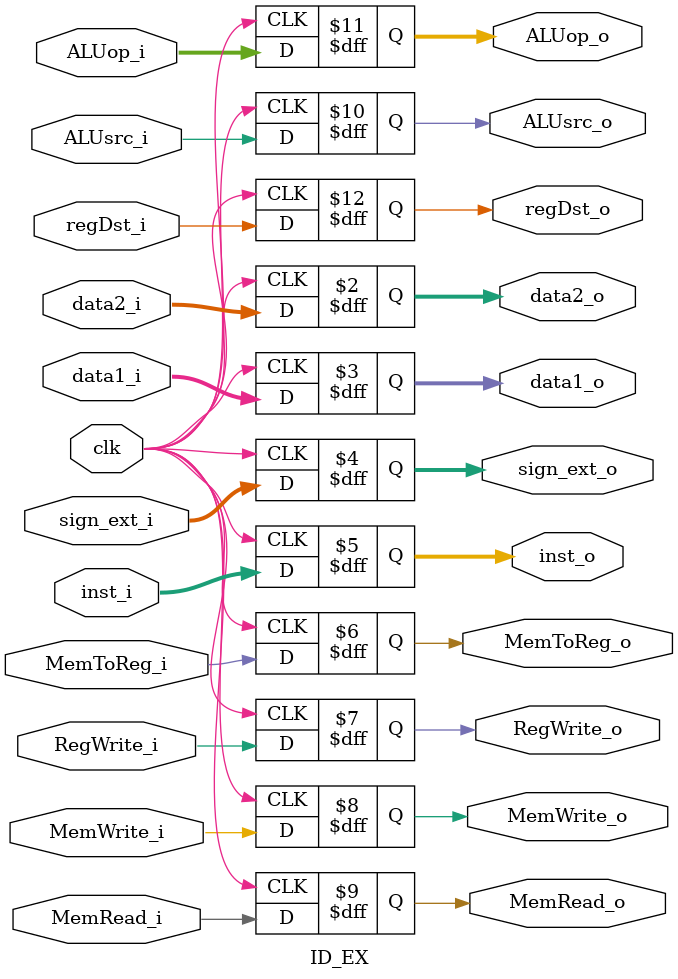
<source format=v>
module ID_EX(
  clk,
  inst_i, inst_o,
  sign_ext_i, sign_ext_o,
  data1_i,data1_o,
  data2_i,data2_o,
  
  MemToReg_i, MemToReg_o,
  RegWrite_i, RegWrite_o,
  MemWrite_i, MemWrite_o,
  MemRead_i, MemRead_o,
  ALUsrc_i, ALUsrc_o,
  ALUop_i, ALUop_o,
  regDst_i, regDst_o
);
  input clk;
  input [31:0] inst_i;
  input [31:0] sign_ext_i;
  input [31:0] data1_i;
  input [31:0] data2_i;
  output [31:0] data2_o;
  output [31:0] data1_o;
  output [31:0] sign_ext_o;
  output [31:0] inst_o;
  
  reg [31:0] data2_o;
  reg [31:0] data1_o;
  reg [31:0] sign_ext_o;  
  reg [31:0] inst_o;
//===== WB stage ======/
  input MemToReg_i;
  output MemToReg_o;
  reg MemToReg_o;
  
  input RegWrite_i;
  output RegWrite_o;
  reg RegWrite_o;
//===== Memory stage =====/
  input MemWrite_i;
  output MemWrite_o;
  reg MemWrite_o;
  
  input MemRead_i;
  output MemRead_o;
  reg MemRead_o;
//===== EX stage ========/ 
  input ALUsrc_i;
  output ALUsrc_o;
  reg ALUsrc_o;
  
  input [1:0] ALUop_i;
  output [1:0] ALUop_o;
  reg [1:0] ALUop_o;
  
  input regDst_i;
  output regDst_o;
  reg regDst_o;
  
always@(posedge clk) begin
  inst_o <= inst_i;
  sign_ext_o <= sign_ext_i;
  data1_o <= data1_i;
  data2_o <= data2_i;
  
  MemToReg_o <= MemToReg_i;
  RegWrite_o <= RegWrite_i;
  MemWrite_o <= MemWrite_i;
  MemRead_o  <= MemRead_i;
  ALUsrc_o   <= ALUsrc_i;
  ALUop_o    <= ALUop_i;
  regDst_o   <= regDst_i;
end

endmodule

</source>
